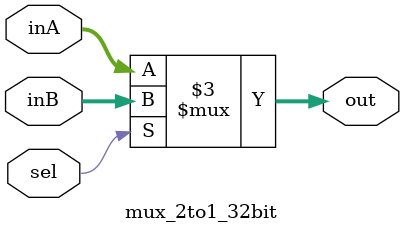
<source format=v>
module mux_2to1_32bit(out, inA, inB, sel);

    output  [31:0] out;
    
    input   [31:0] inA;
    input   [31:0] inB;
    input          sel;
	reg [31:0]out;

	always@(inA,inB,sel)
	begin
		out <= (sel == 0)? inA : inB;
	end

endmodule
</source>
